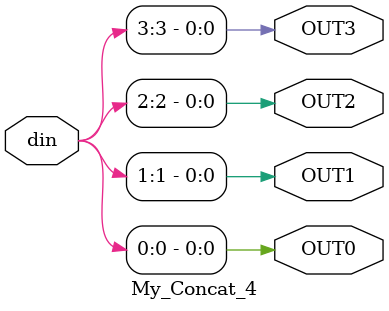
<source format=v>
module My_Concat_4#(
       parameter integer SIGNAL_IN_NUM = 4
)
(   
       output  wire                      OUT0,
       output  wire                      OUT1,
       output  wire                      OUT2,
       output  wire                      OUT3,
       input wire [SIGNAL_IN_NUM-1:0] din
    );
    
    assign {OUT3,OUT2,OUT1,OUT0} = din;
    
endmodule
</source>
